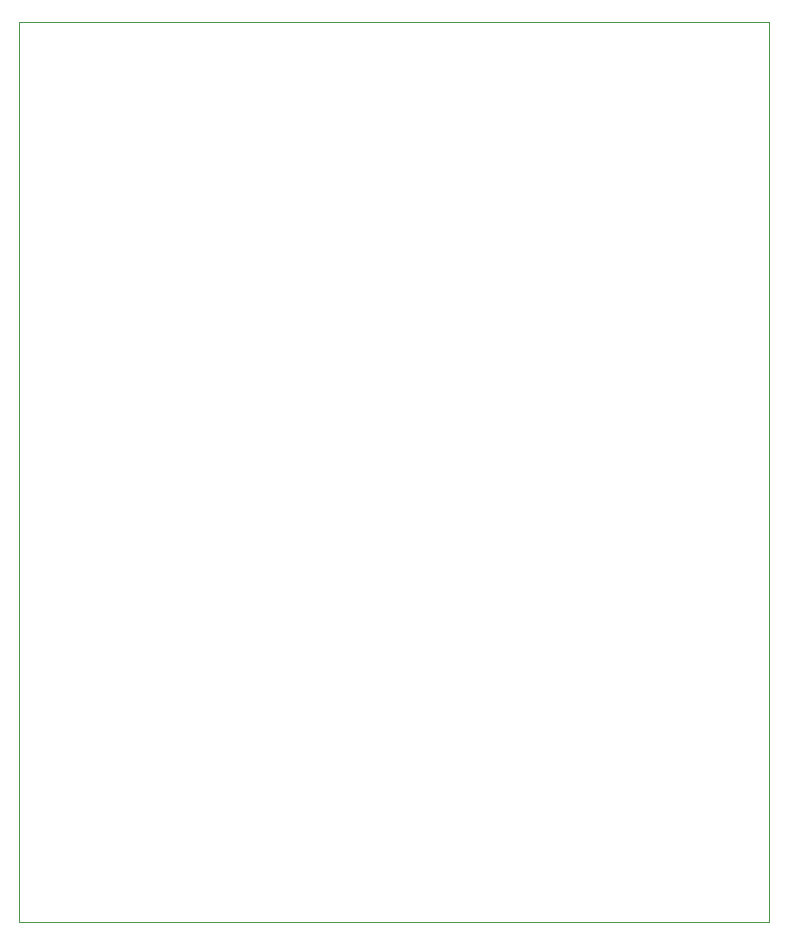
<source format=gbr>
%TF.GenerationSoftware,KiCad,Pcbnew,8.0.8*%
%TF.CreationDate,2025-02-24T20:58:23+01:00*%
%TF.ProjectId,TDSystemsVikingSCSICabkit,54445379-7374-4656-9d73-56696b696e67,rev?*%
%TF.SameCoordinates,Original*%
%TF.FileFunction,Profile,NP*%
%FSLAX46Y46*%
G04 Gerber Fmt 4.6, Leading zero omitted, Abs format (unit mm)*
G04 Created by KiCad (PCBNEW 8.0.8) date 2025-02-24 20:58:23*
%MOMM*%
%LPD*%
G01*
G04 APERTURE LIST*
%TA.AperFunction,Profile*%
%ADD10C,0.050000*%
%TD*%
G04 APERTURE END LIST*
D10*
X102362000Y-62992000D02*
X102362000Y-139192000D01*
X165862000Y-62992000D02*
X165862000Y-139192000D01*
X102362000Y-62992000D02*
X165862000Y-62992000D01*
X102362000Y-139192000D02*
X165862000Y-139192000D01*
M02*

</source>
